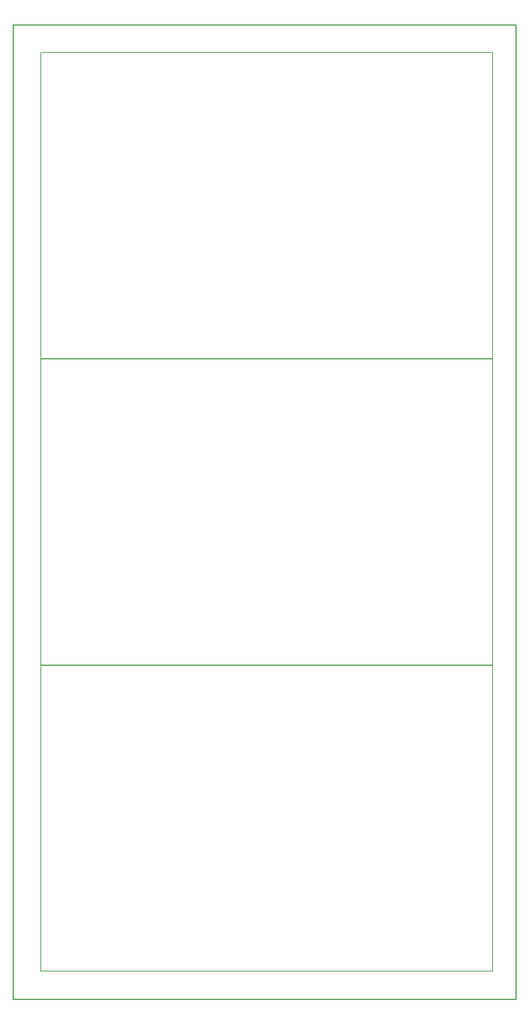
<source format=gm1>
G04 Layer_Color=16711935*
%FSLAX24Y24*%
%MOIN*%
G70*
G01*
G75*
%ADD12C,0.0100*%
%ADD14C,0.0080*%
G54D12*
X9272Y9272D02*
X55200D01*
X55272D02*
Y98287D01*
X9272D02*
X55272D01*
X9272Y9272D02*
Y98287D01*
G54D14*
X53150Y11811D02*
Y39764D01*
X11811Y11811D02*
Y39764D01*
Y11811D02*
X53150D01*
X11811Y39764D02*
X53150D01*
X53150Y39803D02*
Y67756D01*
X11811Y39803D02*
Y67756D01*
Y39803D02*
X53150D01*
X11811Y67756D02*
X53150D01*
X53150Y67795D02*
Y95748D01*
X11811Y67795D02*
Y95748D01*
Y67795D02*
X53150D01*
X11811Y95748D02*
X53150D01*
M02*

</source>
